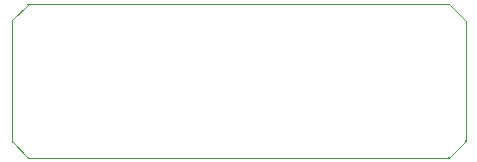
<source format=gko>
%FSLAX44Y44*%
%MOMM*%
G71*
G01*
G75*
G04 Layer_Color=16711935*
%ADD10R,0.4572X0.3048*%
%ADD11R,0.3048X0.4572*%
G04:AMPARAMS|DCode=12|XSize=0.508mm|YSize=0.6096mm|CornerRadius=0.127mm|HoleSize=0mm|Usage=FLASHONLY|Rotation=180.000|XOffset=0mm|YOffset=0mm|HoleType=Round|Shape=RoundedRectangle|*
%AMROUNDEDRECTD12*
21,1,0.5080,0.3556,0,0,180.0*
21,1,0.2540,0.6096,0,0,180.0*
1,1,0.2540,-0.1270,0.1778*
1,1,0.2540,0.1270,0.1778*
1,1,0.2540,0.1270,-0.1778*
1,1,0.2540,-0.1270,-0.1778*
%
%ADD12ROUNDEDRECTD12*%
%ADD13R,1.2192X0.8128*%
%ADD14P,1.7321X8X22.5*%
%ADD15C,1.0000*%
G04:AMPARAMS|DCode=16|XSize=0.508mm|YSize=0.6096mm|CornerRadius=0.127mm|HoleSize=0mm|Usage=FLASHONLY|Rotation=270.000|XOffset=0mm|YOffset=0mm|HoleType=Round|Shape=RoundedRectangle|*
%AMROUNDEDRECTD16*
21,1,0.5080,0.3556,0,0,270.0*
21,1,0.2540,0.6096,0,0,270.0*
1,1,0.2540,-0.1778,-0.1270*
1,1,0.2540,-0.1778,0.1270*
1,1,0.2540,0.1778,0.1270*
1,1,0.2540,0.1778,-0.1270*
%
%ADD16ROUNDEDRECTD16*%
G04:AMPARAMS|DCode=17|XSize=0.7112mm|YSize=1.3208mm|CornerRadius=0.1778mm|HoleSize=0mm|Usage=FLASHONLY|Rotation=0.000|XOffset=0mm|YOffset=0mm|HoleType=Round|Shape=RoundedRectangle|*
%AMROUNDEDRECTD17*
21,1,0.7112,0.9652,0,0,0.0*
21,1,0.3556,1.3208,0,0,0.0*
1,1,0.3556,0.1778,-0.4826*
1,1,0.3556,-0.1778,-0.4826*
1,1,0.3556,-0.1778,0.4826*
1,1,0.3556,0.1778,0.4826*
%
%ADD17ROUNDEDRECTD17*%
%ADD18R,0.4000X0.4000*%
%ADD19R,0.6000X0.5500*%
%ADD20R,0.5000X0.6000*%
%ADD21R,0.6000X0.5000*%
%ADD22R,3.4500X3.4500*%
%ADD23O,0.3000X0.6000*%
%ADD24O,0.6000X0.3000*%
%ADD25R,1.4000X1.2000*%
%ADD26R,0.8500X0.3000*%
%ADD27R,1.3000X2.0000*%
%ADD28R,1.0000X0.6000*%
%ADD29C,0.2540*%
%ADD30C,0.1270*%
%ADD31C,0.3000*%
%ADD32C,1.5240*%
%ADD33C,0.4500*%
%ADD34O,0.6000X1.6500*%
G04:AMPARAMS|DCode=35|XSize=0.7mm|YSize=1.8mm|CornerRadius=0.175mm|HoleSize=0mm|Usage=FLASHONLY|Rotation=270.000|XOffset=0mm|YOffset=0mm|HoleType=Round|Shape=RoundedRectangle|*
%AMROUNDEDRECTD35*
21,1,0.7000,1.4500,0,0,270.0*
21,1,0.3500,1.8000,0,0,270.0*
1,1,0.3500,-0.7250,-0.1750*
1,1,0.3500,-0.7250,0.1750*
1,1,0.3500,0.7250,0.1750*
1,1,0.3500,0.7250,-0.1750*
%
%ADD35ROUNDEDRECTD35*%
G04:AMPARAMS|DCode=36|XSize=1.6mm|YSize=2.2mm|CornerRadius=0.4mm|HoleSize=0mm|Usage=FLASHONLY|Rotation=270.000|XOffset=0mm|YOffset=0mm|HoleType=Round|Shape=RoundedRectangle|*
%AMROUNDEDRECTD36*
21,1,1.6000,1.4000,0,0,270.0*
21,1,0.8000,2.2000,0,0,270.0*
1,1,0.8000,-0.7000,-0.4000*
1,1,0.8000,-0.7000,0.4000*
1,1,0.8000,0.7000,0.4000*
1,1,0.8000,0.7000,-0.4000*
%
%ADD36ROUNDEDRECTD36*%
G04:AMPARAMS|DCode=37|XSize=0.6096mm|YSize=1.7018mm|CornerRadius=0.3048mm|HoleSize=0mm|Usage=FLASHONLY|Rotation=270.000|XOffset=0mm|YOffset=0mm|HoleType=Round|Shape=RoundedRectangle|*
%AMROUNDEDRECTD37*
21,1,0.6096,1.0922,0,0,270.0*
21,1,0.0000,1.7018,0,0,270.0*
1,1,0.6096,-0.5461,0.0000*
1,1,0.6096,-0.5461,0.0000*
1,1,0.6096,0.5461,0.0000*
1,1,0.6096,0.5461,0.0000*
%
%ADD37ROUNDEDRECTD37*%
G04:AMPARAMS|DCode=38|XSize=2.8194mm|YSize=1.016mm|CornerRadius=0.508mm|HoleSize=0mm|Usage=FLASHONLY|Rotation=180.000|XOffset=0mm|YOffset=0mm|HoleType=Round|Shape=RoundedRectangle|*
%AMROUNDEDRECTD38*
21,1,2.8194,0.0000,0,0,180.0*
21,1,1.8034,1.0160,0,0,180.0*
1,1,1.0160,-0.9017,0.0000*
1,1,1.0160,0.9017,0.0000*
1,1,1.0160,0.9017,0.0000*
1,1,1.0160,-0.9017,0.0000*
%
%ADD38ROUNDEDRECTD38*%
%ADD39C,0.1016*%
%ADD40C,0.2500*%
%ADD41C,0.1000*%
%ADD42C,0.3000*%
%ADD43C,0.3000*%
%ADD44C,0.1500*%
%ADD45C,0.1524*%
%ADD46C,0.7620*%
%ADD47C,0.2000*%
%ADD48C,0.0518*%
%ADD49R,0.1524X0.5049*%
%ADD50R,0.5049X0.1524*%
%ADD51R,0.4500X0.4500*%
%ADD52R,0.4500X0.4500*%
%ADD53R,0.4500X0.4500*%
%ADD54R,0.4500X0.4500*%
%ADD55R,0.5080X0.3556*%
%ADD56R,0.3556X0.5080*%
G04:AMPARAMS|DCode=57|XSize=0.5588mm|YSize=0.6604mm|CornerRadius=0.1524mm|HoleSize=0mm|Usage=FLASHONLY|Rotation=180.000|XOffset=0mm|YOffset=0mm|HoleType=Round|Shape=RoundedRectangle|*
%AMROUNDEDRECTD57*
21,1,0.5588,0.3556,0,0,180.0*
21,1,0.2540,0.6604,0,0,180.0*
1,1,0.3048,-0.1270,0.1778*
1,1,0.3048,0.1270,0.1778*
1,1,0.3048,0.1270,-0.1778*
1,1,0.3048,-0.1270,-0.1778*
%
%ADD57ROUNDEDRECTD57*%
%ADD58R,1.2700X0.8636*%
%ADD59P,1.9520X8X22.5*%
%ADD60C,1.2032*%
%ADD61R,0.6032X0.6032*%
%ADD62R,0.8032X0.7532*%
%ADD63R,0.7032X0.8032*%
%ADD64R,0.8032X0.7032*%
%ADD65R,3.6532X3.6532*%
%ADD66O,0.5032X0.8032*%
%ADD67O,0.8032X0.5032*%
%ADD68R,1.6032X1.4032*%
%ADD69R,1.0532X0.5032*%
%ADD70R,1.5032X2.2032*%
%ADD71R,1.2032X0.8032*%
%ADD72C,1.7272*%
%ADD73O,0.8032X1.8532*%
G04:AMPARAMS|DCode=74|XSize=0.9032mm|YSize=2.0032mm|CornerRadius=0.2766mm|HoleSize=0mm|Usage=FLASHONLY|Rotation=270.000|XOffset=0mm|YOffset=0mm|HoleType=Round|Shape=RoundedRectangle|*
%AMROUNDEDRECTD74*
21,1,0.9032,1.4500,0,0,270.0*
21,1,0.3500,2.0032,0,0,270.0*
1,1,0.5532,-0.7250,-0.1750*
1,1,0.5532,-0.7250,0.1750*
1,1,0.5532,0.7250,0.1750*
1,1,0.5532,0.7250,-0.1750*
%
%ADD74ROUNDEDRECTD74*%
G04:AMPARAMS|DCode=75|XSize=1.8032mm|YSize=2.4032mm|CornerRadius=0.5016mm|HoleSize=0mm|Usage=FLASHONLY|Rotation=270.000|XOffset=0mm|YOffset=0mm|HoleType=Round|Shape=RoundedRectangle|*
%AMROUNDEDRECTD75*
21,1,1.8032,1.4000,0,0,270.0*
21,1,0.8000,2.4032,0,0,270.0*
1,1,1.0032,-0.7000,-0.4000*
1,1,1.0032,-0.7000,0.4000*
1,1,1.0032,0.7000,0.4000*
1,1,1.0032,0.7000,-0.4000*
%
%ADD75ROUNDEDRECTD75*%
G04:AMPARAMS|DCode=76|XSize=0.8128mm|YSize=1.905mm|CornerRadius=0.4064mm|HoleSize=0mm|Usage=FLASHONLY|Rotation=270.000|XOffset=0mm|YOffset=0mm|HoleType=Round|Shape=RoundedRectangle|*
%AMROUNDEDRECTD76*
21,1,0.8128,1.0922,0,0,270.0*
21,1,0.0000,1.9050,0,0,270.0*
1,1,0.8128,-0.5461,0.0000*
1,1,0.8128,-0.5461,0.0000*
1,1,0.8128,0.5461,0.0000*
1,1,0.8128,0.5461,0.0000*
%
%ADD76ROUNDEDRECTD76*%
G04:AMPARAMS|DCode=77|XSize=3.0226mm|YSize=1.2192mm|CornerRadius=0.6096mm|HoleSize=0mm|Usage=FLASHONLY|Rotation=180.000|XOffset=0mm|YOffset=0mm|HoleType=Round|Shape=RoundedRectangle|*
%AMROUNDEDRECTD77*
21,1,3.0226,0.0000,0,0,180.0*
21,1,1.8034,1.2192,0,0,180.0*
1,1,1.2192,-0.9017,0.0000*
1,1,1.2192,0.9017,0.0000*
1,1,1.2192,0.9017,0.0000*
1,1,1.2192,-0.9017,0.0000*
%
%ADD77ROUNDEDRECTD77*%
%ADD78C,0.6000*%
%ADD79C,0.0127*%
%ADD80C,0.0130*%
%ADD81C,0.3048*%
%ADD82R,0.1174X0.5265*%
%ADD83R,0.7193X0.1174*%
%ADD84R,0.1174X0.5265*%
%ADD85R,0.1154X0.0734*%
%ADD86R,0.7209X0.1174*%
%ADD87R,0.0587X0.0587*%
%ADD88R,0.1174X0.0587*%
%ADD89R,0.0432X0.0393*%
%ADD90R,0.0077X0.0288*%
%ADD91R,0.0019X0.0732*%
%ADD92R,0.1143X0.0771*%
%ADD93R,0.0876X0.0324*%
%ADD94R,0.0735X0.0567*%
%ADD95R,0.0039X0.0299*%
%ADD96R,0.0356X0.1063*%
%ADD97R,0.0521X0.0883*%
%ADD98R,0.0227X0.0739*%
%ADD99R,0.0168X0.0271*%
%ADD100R,0.0278X0.0228*%
%ADD101R,0.0294X0.1092*%
%ADD102R,0.0304X0.0082*%
%ADD103R,0.0479X0.0922*%
%ADD104R,0.0541X0.0810*%
%ADD105R,0.0484X0.0328*%
%ADD106R,0.0393X0.0104*%
%ADD107R,0.0288X0.0181*%
%ADD108R,0.0732X0.0568*%
%ADD109R,0.0398X0.0221*%
%ADD110R,0.0335X0.0872*%
%ADD111R,0.0572X0.0286*%
%ADD112R,0.0427X0.0300*%
%ADD113R,0.0472X0.0218*%
%ADD114R,0.0497X0.0384*%
%ADD115R,0.0049X0.0274*%
%ADD116R,0.0337X0.0459*%
%ADD117R,0.0044X0.0416*%
%ADD118R,0.0254X0.0212*%
%ADD119R,0.0082X0.0146*%
%ADD120R,0.0323X0.0207*%
%ADD121R,0.0323X0.0218*%
%ADD122R,0.0245X0.0060*%
%ADD123R,0.0126X0.0144*%
%ADD124R,0.0405X0.0331*%
%ADD125R,0.7226X0.1174*%
%ADD126R,0.0055X0.0608*%
%ADD127R,1.3257X0.0530*%
%ADD128R,0.0225X0.1053*%
%ADD129R,0.0122X0.1005*%
%ADD130R,0.0232X0.0193*%
%ADD131R,0.0124X0.0218*%
%ADD132C,0.0500*%
%ADD133C,0.2032*%
%ADD134C,0.0254*%
%ADD135R,0.3048X0.6096*%
%ADD136R,0.6096X0.3048*%
%ADD137R,0.4064X1.2108*%
%ADD138R,0.4000X1.2108*%
%ADD139C,0.0508*%
D41*
X673211Y662298D02*
G03*
X674116Y661920I905J896D01*
G01*
X1029970D02*
G03*
X1030875Y662298I0J1274D01*
G01*
X1043820Y675243D02*
G03*
X1044198Y676148I-896J905D01*
G01*
Y777494D02*
G03*
X1043820Y778399I-1274J0D01*
G01*
X1030875Y791344D02*
G03*
X1029970Y791722I-905J-896D01*
G01*
X674370D02*
G03*
X673465Y791344I0J-1274D01*
G01*
X660520Y778399D02*
G03*
X660142Y777494I896J-905D01*
G01*
Y676148D02*
G03*
X660432Y675339I1274J0D01*
G01*
Y675339D02*
G03*
X660769Y674739I1238J301D01*
G01*
X673215Y662293D01*
X673211Y662298D02*
X673215Y662293D01*
X674116Y661920D02*
X1029970D01*
X1030871Y662293D02*
X1030875Y662298D01*
X1030871Y662293D02*
X1043825Y675247D01*
X1043820Y675243D02*
X1043825Y675247D01*
X1044198Y676148D02*
Y777494D01*
X1043820Y778399D02*
X1043825Y778395D01*
X1030871Y791349D02*
X1043825Y778395D01*
X1030871Y791349D02*
X1030875Y791344D01*
X674370Y791722D02*
X1029970D01*
X673465Y791344D02*
X673469Y791349D01*
X660515Y778395D02*
X673469Y791349D01*
X660515Y778395D02*
X660520Y778399D01*
X660142Y676148D02*
Y777494D01*
X660432Y675339D02*
Y675339D01*
M02*

</source>
